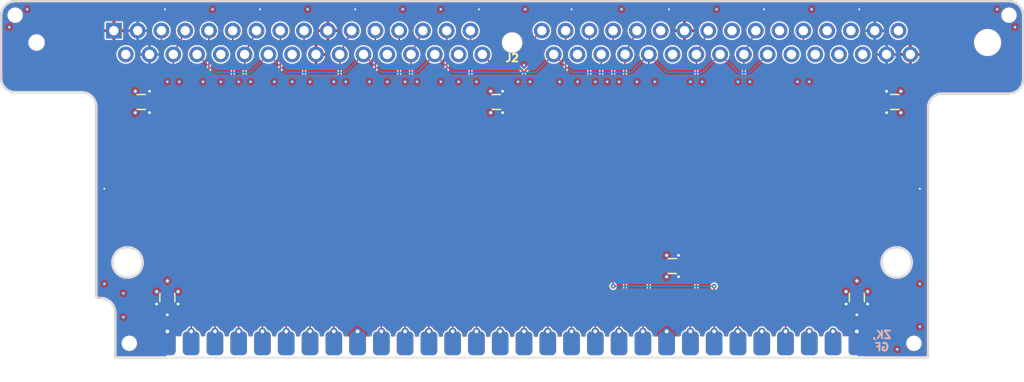
<source format=kicad_pcb>
(kicad_pcb (version 20211014) (generator pcbnew)
  (title_block (title "GW4192A") (date "2021-06-19") (rev "1.0-SOP") (company "Garrett's Workshop"))
  (layers (0 "F.Cu" signal) (1 "In1.Cu" power) (2 "In2.Cu" power) (31 "B.Cu" signal) (34 "B.Paste" user) (35 "F.Paste" user) (36 "B.SilkS" user "B.Silkscreen") (37 "F.SilkS" user "F.Silkscreen") (38 "B.Mask" user) (39 "F.Mask" user) (44 "Edge.Cuts" user))
  (net 0 "")
  (net 1 "+5V")
  (net 2 "/D0")
  (net 3 "/D1")
  (net 4 "/~{WE}")
  (net 5 "/~{RAS}")
  (net 6 "/~{CAS}")
  (net 7 "/D2")
  (net 8 "/D3")
  (net 9 "GND")
  (net 10 "/D4")
  (net 11 "/D5")
  (net 12 "/D6")
  (net 13 "/D7")
  (net 14 "/QP")
  (net 15 "/~{CASP}")
  (net 16 "/DP")
  (net 17 "/A0")
  (net 18 "/A1")
  (net 19 "/A2")
  (net 20 "/A3")
  (net 21 "/A4")
  (net 22 "/A5")
  (net 23 "/A6")
  (net 24 "/A7")
  (net 25 "/A8")
  (net 26 "/A9")
  (net 27 "/A10")
  (net 28 "/A11")
  (net 29 "Net-(J2-Pad2)")
  (net 30 "Net-(J2-Pad10)")
  (net 31 "Net-(J2-Pad16)")
  (net 32 "Net-(J2-Pad24)")
  (net 33 "Net-(J2-Pad30)")
  (net 34 "Net-(J2-Pad36)")
  (net 35 "Net-(J2-Pad43)")
  (net 36 "Net-(J2-Pad44)")
  (net 37 "Net-(J2-Pad49)")
  (net 38 "/~{Q}B")
  (net 39 "Net-(J2-Pad54)")
  (net 40 "Net-(J2-Pad56)")
  (net 41 "Net-(J2-Pad57)")
  (net 42 "/PQ")
  (net 43 "/~{WWP}")
  (net 44 "/PDCI")
  (net 45 "/PDCO")
  (footprint "stdpads:SIMM-30_Edge" (layer "F.Cu") (at 120.65 99.822)
    (fp_text reference "J1")
    (fp_text value "DRAM-SIMM-30")
    (pad "1" smd roundrect locked (at -36.83 0.254) (size 1.778 2.54) (layers "B.Cu" "B.Mask") (net 1 "+5V"))
    (pad "1" thru_hole circle locked (at -36.83 -1.016) (size 0.8 0.8) (drill 0.4) (layers *.Cu *.Mask) (net 1 "+5V"))
    (pad "1" smd roundrect locked (at -36.83 0.254) (size 1.778 2.54) (layers "F.Cu" "F.Mask") (net 1 "+5V"))
    (pad "2" thru_hole circle locked (at -34.29 -1.016) (size 0.8 0.8) (drill 0.4) (layers *.Cu *.Mask) (net 6 "/~{CAS}"))
    (pad "2" smd roundrect locked (at -34.29 0.254) (size 1.778 2.54) (layers "B.Cu" "B.Mask") (net 6 "/~{CAS}"))
    (pad "2" smd roundrect locked (at -34.29 0.254) (size 1.778 2.54) (layers "F.Cu" "F.Mask") (net 6 "/~{CAS}"))
    (pad "3" smd roundrect locked (at -31.75 0.254) (size 1.778 2.54) (layers "B.Cu" "B.Mask") (net 2 "/D0"))
    (pad "3" thru_hole circle locked (at -31.75 -1.016) (size 0.8 0.8) (drill 0.4) (layers *.Cu *.Mask) (net 2 "/D0"))
    (pad "3" smd roundrect locked (at -31.75 0.254) (size 1.778 2.54) (layers "F.Cu" "F.Mask") (net 2 "/D0"))
    (pad "4" smd roundrect locked (at -29.21 0.254) (size 1.778 2.54) (layers "B.Cu" "B.Mask") (net 17 "/A0"))
    (pad "4" smd roundrect locked (at -29.21 0.254) (size 1.778 2.54) (layers "F.Cu" "F.Mask") (net 17 "/A0"))
    (pad "4" thru_hole circle locked (at -29.21 -1.016) (size 0.8 0.8) (drill 0.4) (layers *.Cu *.Mask) (net 17 "/A0"))
    (pad "5" thru_hole circle locked (at -26.67 -1.016) (size 0.8 0.8) (drill 0.4) (layers *.Cu *.Mask) (net 18 "/A1"))
    (pad "5" smd roundrect locked (at -26.67 0.254) (size 1.778 2.54) (layers "F.Cu" "F.Mask") (net 18 "/A1"))
    (pad "5" smd roundrect locked (at -26.67 0.254) (size 1.778 2.54) (layers "B.Cu" "B.Mask") (net 18 "/A1"))
    (pad "6" smd roundrect locked (at -24.13 0.254) (size 1.778 2.54) (layers "B.Cu" "B.Mask") (net 3 "/D1"))
    (pad "6" smd roundrect locked (at -24.13 0.254) (size 1.778 2.54) (layers "F.Cu" "F.Mask") (net 3 "/D1"))
    (pad "6" thru_hole circle locked (at -24.13 -1.016) (size 0.8 0.8) (drill 0.4) (layers *.Cu *.Mask) (net 3 "/D1"))
    (pad "7" smd roundrect locked (at -21.59 0.254) (size 1.778 2.54) (layers "F.Cu" "F.Mask") (net 19 "/A2"))
    (pad "7" smd roundrect locked (at -21.59 0.254) (size 1.778 2.54) (layers "B.Cu" "B.Mask") (net 19 "/A2"))
    (pad "7" thru_hole circle locked (at -21.59 -1.016) (size 0.8 0.8) (drill 0.4) (layers *.Cu *.Mask) (net 19 "/A2"))
    (pad "8" smd roundrect locked (at -19.05 0.254) (size 1.778 2.54) (layers "F.Cu" "F.Mask") (net 20 "/A3"))
    (pad "8" smd roundrect locked (at -19.05 0.254) (size 1.778 2.54) (layers "B.Cu" "B.Mask") (net 20 "/A3"))
    (pad "8" thru_hole circle locked (at -19.05 -1.016) (size 0.8 0.8) (drill 0.4) (layers *.Cu *.Mask) (net 20 "/A3"))
    (pad "9" smd roundrect locked (at -16.51 0.254) (size 1.778 2.54) (layers "F.Cu" "F.Mask") (net 9 "GND"))
    (pad "9" smd roundrect locked (at -16.51 0.254) (size 1.778 2.54) (layers "B.Cu" "B.Mask") (net 9 "GND"))
    (pad "9" thru_hole circle locked (at -16.51 -1.016) (size 0.8 0.8) (drill 0.4) (layers *.Cu *.Mask) (net 9 "GND"))
    (pad "10" smd roundrect locked (at -13.97 0.254) (size 1.778 2.54) (layers "B.Cu" "B.Mask") (net 7 "/D2"))
    (pad "10" smd roundrect locked (at -13.97 0.254) (size 1.778 2.54) (layers "F.Cu" "F.Mask") (net 7 "/D2"))
    (pad "10" thru_hole circle locked (at -13.97 -1.016) (size 0.8 0.8) (drill 0.4) (layers *.Cu *.Mask) (net 7 "/D2"))
    (pad "11" thru_hole circle locked (at -11.43 -1.016) (size 0.8 0.8) (drill 0.4) (layers *.Cu *.Mask) (net 21 "/A4"))
    (pad "11" smd roundrect locked (at -11.43 0.254) (size 1.778 2.54) (layers "F.Cu" "F.Mask") (net 21 "/A4"))
    (pad "11" smd roundrect locked (at -11.43 0.254) (size 1.778 2.54) (layers "B.Cu" "B.Mask") (net 21 "/A4"))
    (pad "12" smd roundrect locked (at -8.89 0.254) (size 1.778 2.54) (layers "B.Cu" "B.Mask") (net 22 "/A5"))
    (pad "12" smd roundrect locked (at -8.89 0.254) (size 1.778 2.54) (layers "F.Cu" "F.Mask") (net 22 "/A5"))
    (pad "12" thru_hole circle locked (at -8.89 -1.016) (size 0.8 0.8) (drill 0.4) (layers *.Cu *.Mask) (net 22 "/A5"))
    (pad "13" thru_hole circle locked (at -6.35 -1.016) (size 0.8 0.8) (drill 0.4) (layers *.Cu *.Mask) (net 8 "/D3"))
    (pad "13" smd roundrect locked (at -6.35 0.254) (size 1.778 2.54) (layers "F.Cu" "F.Mask") (net 8 "/D3"))
    (pad "13" smd roundrect locked (at -6.35 0.254) (size 1.778 2.54) (layers "B.Cu" "B.Mask") (net 8 "/D3"))
    (pad "14" thru_hole circle locked (at -3.81 -1.016) (size 0.8 0.8) (drill 0.4) (layers *.Cu *.Mask) (net 23 "/A6"))
    (pad "14" smd roundrect locked (at -3.81 0.254) (size 1.778 2.54) (layers "F.Cu" "F.Mask") (net 23 "/A6"))
    (pad "14" smd roundrect locked (at -3.81 0.254) (size 1.778 2.54) (layers "B.Cu" "B.Mask") (net 23 "/A6"))
    (pad "15" smd roundrect locked (at -1.27 0.254) (size 1.778 2.54) (layers "B.Cu" "B.Mask") (net 24 "/A7"))
    (pad "15" smd roundrect locked (at -1.27 0.254) (size 1.778 2.54) (layers "F.Cu" "F.Mask") (net 24 "/A7"))
    (pad "15" thru_hole circle locked (at -1.27 -1.016) (size 0.8 0.8) (drill 0.4) (layers *.Cu *.Mask) (net 24 "/A7"))
    (pad "16" smd roundrect locked (at 1.27 0.254) (size 1.778 2.54) (layers "F.Cu" "F.Mask") (net 10 "/D4"))
    (pad "16" thru_hole circle locked (at 1.27 -1.016) (size 0.8 0.8) (drill 0.4) (layers *.Cu *.Mask) (net 10 "/D4"))
    (pad "16" smd roundrect locked (at 1.27 0.254) (size 1.778 2.54) (layers "B.Cu" "B.Mask") (net 10 "/D4"))
    (pad "17" smd roundrect locked (at 3.81 0.254) (size 1.778 2.54) (layers "F.Cu" "F.Mask") (net 25 "/A8"))
    (pad "17" smd roundrect locked (at 3.81 0.254) (size 1.778 2.54) (layers "B.Cu" "B.Mask") (net 25 "/A8"))
    (pad "17" thru_hole circle locked (at 3.81 -1.016) (size 0.8 0.8) (drill 0.4) (layers *.Cu *.Mask) (net 25 "/A8"))
    (pad "18" smd roundrect locked (at 6.35 0.254) (size 1.778 2.54) (layers "B.Cu" "B.Mask") (net 26 "/A9"))
    (pad "18" smd roundrect locked (at 6.35 0.254) (size 1.778 2.54) (layers "F.Cu" "F.Mask") (net 26 "/A9"))
    (pad "18" thru_hole circle locked (at 6.35 -1.016) (size 0.8 0.8) (drill 0.4) (layers *.Cu *.Mask) (net 26 "/A9"))
    (pad "19" smd roundrect locked (at 8.89 0.254) (size 1.778 2.54) (layers "B.Cu" "B.Mask") (net 27 "/A10"))
    (pad "19" smd roundrect locked (at 8.89 0.254) (size 1.778 2.54) (layers "F.Cu" "F.Mask") (net 27 "/A10"))
    (pad "19" thru_hole circle locked (at 8.89 -1.016) (size 0.8 0.8) (drill 0.4) (layers *.Cu *.Mask) (net 27 "/A10"))
    (pad "20" smd roundrect locked (at 11.43 0.254) (size 1.778 2.54) (layers "B.Cu" "B.Mask") (net 11 "/D5"))
    (pad "20" thru_hole circle locked (at 11.43 -1.016) (size 0.8 0.8) (drill 0.4) (layers *.Cu *.Mask) (net 11 "/D5"))
    (pad "20" smd roundrect locked (at 11.43 0.254) (size 1.778 2.54) (layers "F.Cu" "F.Mask") (net 11 "/D5"))
    (pad "21" smd roundrect locked (at 13.97 0.254) (size 1.778 2.54) (layers "F.Cu" "F.Mask") (net 4 "/~{WE}"))
    (pad "21" thru_hole circle locked (at 13.97 -1.016) (size 0.8 0.8) (drill 0.4) (layers *.Cu *.Mask) (net 4 "/~{WE}"))
    (pad "21" smd roundrect locked (at 13.97 0.254) (size 1.778 2.54) (layers "B.Cu" "B.Mask") (net 4 "/~{WE}"))
    (pad "22" smd roundrect locked (at 16.51 0.254) (size 1.778 2.54) (layers "B.Cu" "B.Mask") (net 9 "GND"))
    (pad "22" smd roundrect locked (at 16.51 0.254) (size 1.778 2.54) (layers "F.Cu" "F.Mask") (net 9 "GND"))
    (pad "22" thru_hole circle locked (at 16.51 -1.016) (size 0.8 0.8) (drill 0.4) (layers *.Cu *.Mask) (net 9 "GND"))
    (pad "23" thru_hole circle locked (at 19.05 -1.016) (size 0.8 0.8) (drill 0.4) (layers *.Cu *.Mask) (net 12 "/D6"))
    (pad "23" smd roundrect locked (at 19.05 0.254) (size 1.778 2.54) (layers "F.Cu" "F.Mask") (net 12 "/D6"))
    (pad "23" smd roundrect locked (at 19.05 0.254) (size 1.778 2.54) (layers "B.Cu" "B.Mask") (net 12 "/D6"))
    (pad "24" smd roundrect locked (at 21.59 0.254) (size 1.778 2.54) (layers "B.Cu" "B.Mask") (net 28 "/A11"))
    (pad "24" thru_hole circle locked (at 21.59 -1.016) (size 0.8 0.8) (drill 0.4) (layers *.Cu *.Mask) (net 28 "/A11"))
    (pad "24" smd roundrect locked (at 21.59 0.254) (size 1.778 2.54) (layers "F.Cu" "F.Mask") (net 28 "/A11"))
    (pad "25" smd roundrect locked (at 24.13 0.254) (size 1.778 2.54) (layers "B.Cu" "B.Mask") (net 13 "/D7"))
    (pad "25" smd roundrect locked (at 24.13 0.254) (size 1.778 2.54) (layers "F.Cu" "F.Mask") (net 13 "/D7"))
    (pad "25" thru_hole circle locked (at 24.13 -1.016) (size 0.8 0.8) (drill 0.4) (layers *.Cu *.Mask) (net 13 "/D7"))
    (pad "26" smd roundrect locked (at 26.67 0.254) (size 1.778 2.54) (layers "B.Cu" "B.Mask") (net 14 "/QP"))
    (pad "26" thru_hole circle locked (at 26.67 -1.016) (size 0.8 0.8) (drill 0.4) (layers *.Cu *.Mask) (net 14 "/QP"))
    (pad "26" smd roundrect locked (at 26.67 0.254) (size 1.778 2.54) (layers "F.Cu" "F.Mask") (net 14 "/QP"))
    (pad "27" smd roundrect locked (at 29.21 0.254) (size 1.778 2.54) (layers "B.Cu" "B.Mask") (net 5 "/~{RAS}"))
    (pad "27" smd roundrect locked (at 29.21 0.254) (size 1.778 2.54) (layers "F.Cu" "F.Mask") (net 5 "/~{RAS}"))
    (pad "27" thru_hole circle locked (at 29.21 -1.016) (size 0.8 0.8) (drill 0.4) (layers *.Cu *.Mask) (net 5 "/~{RAS}"))
    (pad "28" smd roundrect locked (at 31.75 0.254) (size 1.778 2.54) (layers "B.Cu" "B.Mask") (net 15 "/~{CASP}"))
    (pad "28" smd roundrect locked (at 31.75 0.254) (size 1.778 2.54) (layers "F.Cu" "F.Mask") (net 15 "/~{CASP}"))
    (pad "28" thru_hole circle locked (at 31.75 -1.016) (size 0.8 0.8) (drill 0.4) (layers *.Cu *.Mask) (net 15 "/~{CASP}"))
    (pad "29" smd roundrect locked (at 34.29 0.254) (size 1.778 2.54) (layers "F.Cu" "F.Mask") (net 16 "/DP"))
    (pad "29" thru_hole circle locked (at 34.29 -1.016) (size 0.8 0.8) (drill 0.4) (layers *.Cu *.Mask) (net 16 "/DP"))
    (pad "29" smd roundrect locked (at 34.29 0.254) (size 1.778 2.54) (layers "B.Cu" "B.Mask") (net 16 "/DP"))
    (pad "30" smd roundrect locked (at 36.83 0.254) (size 1.778 2.54) (layers "B.Cu" "B.Mask") (net 1 "+5V"))
    (pad "30" smd roundrect locked (at 36.83 0.254) (size 1.778 2.54) (layers "F.Cu" "F.Mask") (net 1 "+5V"))
    (pad "30" thru_hole circle locked (at 36.83 -1.016) (size 0.8 0.8) (drill 0.4) (layers *.Cu *.Mask) (net 1 "+5V"))
  )
  (footprint "stdpads:C_0805" (layer "F.Cu") (at 83.82 95.2255 90)
    (fp_text reference "C1")
    (fp_text value "2u2")
    (fp_line (start -0.4064 -0.8) (end 0.4064 -0.8) (layer "F.SilkS") (width 0.1524))
    (fp_line (start -0.4064 0.8) (end 0.4064 0.8) (layer "F.SilkS") (width 0.1524))
    (pad "1" smd roundrect locked (at -0.85 0 90) (size 1.05 1.4) (layers "F.Cu" "F.Paste" "F.Mask") (net 1 "+5V"))
    (pad "2" smd roundrect locked (at 0.85 0 90) (size 1.05 1.4) (layers "F.Cu" "F.Paste" "F.Mask") (net 9 "GND"))
  )
  (footprint "stdpads:C_0805" (layer "F.Cu") (at 157.48 95.2255 90)
    (fp_text reference "C5")
    (fp_text value "2u2")
    (fp_line (start -0.4064 0.8) (end 0.4064 0.8) (layer "F.SilkS") (width 0.1524))
    (fp_line (start -0.4064 -0.8) (end 0.4064 -0.8) (layer "F.SilkS") (width 0.1524))
    (pad "1" smd roundrect locked (at -0.85 0 90) (size 1.05 1.4) (layers "F.Cu" "F.Paste" "F.Mask") (net 1 "+5V"))
    (pad "2" smd roundrect locked (at 0.85 0 90) (size 1.05 1.4) (layers "F.Cu" "F.Paste" "F.Mask") (net 9 "GND"))
  )
  (footprint "stdpads:PasteHole_1.152mm_NPTH" (layer "F.Cu") (at 173.736 65.024)
    (fp_text reference "H2")
    (fp_text value "MountingHole" hide)
    (pad "" np_thru_hole circle locked (at 0 0) (size 1.152 1.152) (drill 1.152) (layers *.Cu *.Mask))
  )
  (footprint "stdpads:PasteHole_1.152mm_NPTH" (layer "F.Cu") (at 67.564 65.024)
    (fp_text reference "H1")
    (fp_text value "MountingHole" hide)
    (pad "" np_thru_hole circle locked (at 0 0) (size 1.152 1.152) (drill 1.152) (layers *.Cu *.Mask))
  )
  (footprint "stdpads:PasteHole_1.152mm_NPTH" (layer "F.Cu") (at 79.756 100.076)
    (fp_text reference "H4")
    (fp_text value "MountingHole" hide)
    (pad "" np_thru_hole circle locked (at 0 0) (size 1.152 1.152) (drill 1.152) (layers *.Cu *.Mask))
  )
  (footprint "stdpads:PasteHole_1.152mm_NPTH" (layer "F.Cu") (at 163.576 100.076)
    (fp_text reference "H3")
    (fp_text value "MountingHole" hide)
    (pad "" np_thru_hole circle locked (at 0 0) (size 1.152 1.152) (drill 1.152) (layers *.Cu *.Mask))
  )
  (footprint "stdpads:C_0805" (layer "F.Cu") (at 161.505 74.295)
    (fp_text reference "C2")
    (fp_text value "2u2")
    (fp_line (start -0.4064 0.8) (end 0.4064 0.8) (layer "F.SilkS") (width 0.1524))
    (fp_line (start -0.4064 -0.8) (end 0.4064 -0.8) (layer "F.SilkS") (width 0.1524))
    (pad "1" smd roundrect locked (at -0.85 0) (size 1.05 1.4) (layers "F.Cu" "F.Paste" "F.Mask") (net 1 "+5V"))
    (pad "2" smd roundrect locked (at 0.85 0) (size 1.05 1.4) (layers "F.Cu" "F.Paste" "F.Mask") (net 9 "GND"))
  )
  (footprint "stdpads:C_0805" (layer "F.Cu") (at 118.999 74.295 180)
    (fp_text reference "C3")
    (fp_text value "2u2")
    (fp_line (start -0.4064 0.8) (end 0.4064 0.8) (layer "F.SilkS") (width 0.1524))
    (fp_line (start -0.4064 -0.8) (end 0.4064 -0.8) (layer "F.SilkS") (width 0.1524))
    (pad "1" smd roundrect locked (at -0.85 0 180) (size 1.05 1.4) (layers "F.Cu" "F.Paste" "F.Mask") (net 1 "+5V"))
    (pad "2" smd roundrect locked (at 0.85 0 180) (size 1.05 1.4) (layers "F.Cu" "F.Paste" "F.Mask") (net 9 "GND"))
  )
  (footprint "stdpads:C_0805" (layer "F.Cu") (at 81.065 74.295 180)
    (fp_text reference "C4")
    (fp_text value "2u2")
    (fp_line (start -0.4064 0.8) (end 0.4064 0.8) (layer "F.SilkS") (width 0.1524))
    (fp_line (start -0.4064 -0.8) (end 0.4064 -0.8) (layer "F.SilkS") (width 0.1524))
    (pad "1" smd roundrect locked (at -0.85 0 180) (size 1.05 1.4) (layers "F.Cu" "F.Paste" "F.Mask") (net 1 "+5V"))
    (pad "2" smd roundrect locked (at 0.85 0 180) (size 1.05 1.4) (layers "F.Cu" "F.Paste" "F.Mask") (net 9 "GND"))
  )
  (footprint "stdpads:C_0805" (layer "F.Cu") (at 137.795 91.821 180)
    (fp_text reference "C6")
    (fp_text value "2u2")
    (fp_line (start -0.4064 -0.8) (end 0.4064 -0.8) (layer "F.SilkS") (width 0.1524))
    (fp_line (start -0.4064 0.8) (end 0.4064 0.8) (layer "F.SilkS") (width 0.1524))
    (pad "1" smd roundrect locked (at -0.85 0 180) (size 1.05 1.4) (layers "F.Cu" "F.Paste" "F.Mask") (net 1 "+5V"))
    (pad "2" smd roundrect locked (at 0.85 0 180) (size 1.05 1.4) (layers "F.Cu" "F.Paste" "F.Mask") (net 9 "GND"))
  )
  (footprint "stdpads:SIMM-64_Socket_TH_P1.27mm" (layer "F.Cu") (at 120.65 67.945 180)
    (fp_text reference "J2" (at 0 -1.651) (layer "F.SilkS") (effects (font (size 0.8128 0.8128) (thickness 0.2032))))
    (fp_text value "IIfxRAM")
    (pad "" np_thru_hole circle locked (at -50.8 0 180) (size 2.41 2.41) (drill 2.41) (layers *.Cu *.Mask))
    (pad "" np_thru_hole circle locked (at 50.8 0 180) (size 1.27 1.27) (drill 1.27) (layers *.Cu *.Mask))
    (pad "" np_thru_hole circle locked (at 0 0 180) (size 1.71 1.71) (drill 1.71) (layers *.Cu *.Mask))
    (pad "1" thru_hole rect locked (at 42.545 1.27 90) (size 1.7 1.7) (drill 1) (layers *.Cu *.Mask) (net 9 "GND"))
    (pad "2" thru_hole oval locked (at 41.275 -1.27 90) (size 1.7 1.7) (drill 1) (layers *.Cu *.Mask) (net 29 "Net-(J2-Pad2)"))
    (pad "3" thru_hole oval locked (at 40.005 1.27 90) (size 1.7 1.7) (drill 1) (layers *.Cu *.Mask) (net 1 "+5V"))
    (pad "4" thru_hole oval locked (at 38.735 -1.27 90) (size 1.7 1.7) (drill 1) (layers *.Cu *.Mask) (net 1 "+5V"))
    (pad "5" thru_hole oval locked (at 37.465 1.27 90) (size 1.7 1.7) (drill 1) (layers *.Cu *.Mask) (net 6 "/~{CAS}"))
    (pad "6" thru_hole oval locked (at 36.195 -1.27 90) (size 1.7 1.7) (drill 1) (layers *.Cu *.Mask) (net 2 "/D0"))
    (pad "7" thru_hole oval locked (at 34.925 1.27 90) (size 1.7 1.7) (drill 1) (layers *.Cu *.Mask) (net 2 "/D0"))
    (pad "8" thru_hole oval locked (at 33.655 -1.27 90) (size 1.7 1.7) (drill 1) (layers *.Cu *.Mask) (net 4 "/~{WE}"))
    (pad "9" thru_hole oval locked (at 32.385 1.27 90) (size 1.7 1.7) (drill 1) (layers *.Cu *.Mask) (net 17 "/A0"))
    (pad "10" thru_hole oval locked (at 31.115 -1.27 90) (size 1.7 1.7) (drill 1) (layers *.Cu *.Mask) (net 30 "Net-(J2-Pad10)"))
    (pad "11" thru_hole oval locked (at 29.845 1.27 90) (size 1.7 1.7) (drill 1) (layers *.Cu *.Mask) (net 18 "/A1"))
    (pad "12" thru_hole oval locked (at 28.575 -1.27 90) (size 1.7 1.7) (drill 1) (layers *.Cu *.Mask) (net 3 "/D1"))
    (pad "13" thru_hole oval locked (at 27.305 1.27 90) (size 1.7 1.7) (drill 1) (layers *.Cu *.Mask) (net 3 "/D1"))
    (pad "14" thru_hole oval locked (at 26.035 -1.27 90) (size 1.7 1.7) (drill 1) (layers *.Cu *.Mask) (net 4 "/~{WE}"))
    (pad "15" thru_hole oval locked (at 24.765 1.27 90) (size 1.7 1.7) (drill 1) (layers *.Cu *.Mask) (net 19 "/A2"))
    (pad "16" thru_hole oval locked (at 23.495 -1.27 90) (size 1.7 1.7) (drill 1) (layers *.Cu *.Mask) (net 31 "Net-(J2-Pad16)"))
    (pad "17" thru_hole oval locked (at 22.225 1.27 90) (size 1.7 1.7) (drill 1) (layers *.Cu *.Mask) (net 20 "/A3"))
    (pad "18" thru_hole oval locked (at 20.955 -1.27 90) (size 1.7 1.7) (drill 1) (layers *.Cu *.Mask) (net 9 "GND"))
    (pad "19" thru_hole oval locked (at 19.685 1.27 90) (size 1.7 1.7) (drill 1) (layers *.Cu *.Mask) (net 9 "GND"))
    (pad "20" thru_hole oval locked (at 18.415 -1.27 90) (size 1.7 1.7) (drill 1) (layers *.Cu *.Mask) (net 7 "/D2"))
    (pad "21" thru_hole oval locked (at 17.145 1.27 90) (size 1.7 1.7) (drill 1) (layers *.Cu *.Mask) (net 7 "/D2"))
    (pad "22" thru_hole oval locked (at 15.875 -1.27 90) (size 1.7 1.7) (drill 1) (layers *.Cu *.Mask) (net 4 "/~{WE}"))
    (pad "23" thru_hole oval locked (at 14.605 1.27 90) (size 1.7 1.7) (drill 1) (layers *.Cu *.Mask) (net 21 "/A4"))
    (pad "24" thru_hole oval locked (at 13.335 -1.27 90) (size 1.7 1.7) (drill 1) (layers *.Cu *.Mask) (net 32 "Net-(J2-Pad24)"))
    (pad "25" thru_hole oval locked (at 12.065 1.27 90) (size 1.7 1.7) (drill 1) (layers *.Cu *.Mask) (net 22 "/A5"))
    (pad "26" thru_hole oval locked (at 10.795 -1.27 90) (size 1.7 1.7) (drill 1) (layers *.Cu *.Mask) (net 8 "/D3"))
    (pad "27" thru_hole oval locked (at 9.525 1.27 90) (size 1.7 1.7) (drill 1) (layers *.Cu *.Mask) (net 8 "/D3"))
    (pad "28" thru_hole oval locked (at 8.255 -1.27 90) (size 1.7 1.7) (drill 1) (layers *.Cu *.Mask) (net 4 "/~{WE}"))
    (pad "29" thru_hole oval locked (at 6.985 1.27 90) (size 1.7 1.7) (drill 1) (layers *.Cu *.Mask) (net 23 "/A6"))
    (pad "30" thru_hole oval locked (at 5.715 -1.27 90) (size 1.7 1.7) (drill 1) (layers *.Cu *.Mask) (net 33 "Net-(J2-Pad30)"))
    (pad "31" thru_hole oval locked (at 4.445 1.27 90) (size 1.7 1.7) (drill 1) (layers *.Cu *.Mask) (net 24 "/A7"))
    (pad "32" thru_hole oval locked (at 3.175 -1.27 90) (size 1.7 1.7) (drill 1) (layers *.Cu *.Mask) (net 10 "/D4"))
    (pad "33" thru_hole oval locked (at -3.175 1.27 90) (size 1.7 1.7) (drill 1) (layers *.Cu *.Mask) (net 10 "/D4"))
    (pad "34" thru_hole oval locked (at -4.445 -1.27 90) (size 1.7 1.7) (drill 1) (layers *.Cu *.Mask) (net 4 "/~{WE}"))
    (pad "35" thru_hole oval locked (at -5.715 1.27 90) (size 1.7 1.7) (drill 1) (layers *.Cu *.Mask) (net 25 "/A8"))
    (pad "36" thru_hole oval locked (at -6.985 -1.27 90) (size 1.7 1.7) (drill 1) (layers *.Cu *.Mask) (net 34 "Net-(J2-Pad36)"))
    (pad "37" thru_hole oval locked (at -8.255 1.27 90) (size 1.7 1.7) (drill 1) (layers *.Cu *.Mask) (net 26 "/A9"))
    (pad "38" thru_hole oval locked (at -9.525 -1.27 90) (size 1.7 1.7) (drill 1) (layers *.Cu *.Mask) (net 27 "/A10"))
    (pad "39" thru_hole oval locked (at -10.795 1.27 90) (size 1.7 1.7) (drill 1) (layers *.Cu *.Mask) (net 28 "/A11"))
    (pad "40" thru_hole oval locked (at -12.065 -1.27 90) (size 1.7 1.7) (drill 1) (layers *.Cu *.Mask) (net 11 "/D5"))
    (pad "41" thru_hole oval locked (at -13.335 1.27 90) (size 1.7 1.7) (drill 1) (layers *.Cu *.Mask) (net 11 "/D5"))
    (pad "42" thru_hole oval locked (at -14.605 -1.27 90) (size 1.7 1.7) (drill 1) (layers *.Cu *.Mask) (net 4 "/~{WE}"))
    (pad "43" thru_hole oval locked (at -15.875 1.27 90) (size 1.7 1.7) (drill 1) (layers *.Cu *.Mask) (net 35 "Net-(J2-Pad43)"))
    (pad "44" thru_hole oval locked (at -17.145 -1.27 90) (size 1.7 1.7) (drill 1) (layers *.Cu *.Mask) (net 36 "Net-(J2-Pad44)"))
    (pad "45" thru_hole oval locked (at -18.415 1.27 90) (size 1.7 1.7) (drill 1) (layers *.Cu *.Mask) (net 9 "GND"))
    (pad "46" thru_hole oval locked (at -19.685 -1.27 90) (size 1.7 1.7) (drill 1) (layers *.Cu *.Mask) (net 12 "/D6"))
    (pad "47" thru_hole oval locked (at -20.955 1.27 90) (size 1.7 1.7) (drill 1) (layers *.Cu *.Mask) (net 12 "/D6"))
    (pad "48" thru_hole oval locked (at -22.225 -1.27 90) (size 1.7 1.7) (drill 1) (layers *.Cu *.Mask) (net 4 "/~{WE}"))
    (pad "49" thru_hole oval locked (at -23.495 1.27 90) (size 1.7 1.7) (drill 1) (layers *.Cu *.Mask) (net 37 "Net-(J2-Pad49)"))
    (pad "50" thru_hole oval locked (at -24.765 -1.27 90) (size 1.7 1.7) (drill 1) (layers *.Cu *.Mask) (net 13 "/D7"))
    (pad "51" thru_hole oval locked (at -26.035 1.27 90) (size 1.7 1.7) (drill 1) (layers *.Cu *.Mask) (net 13 "/D7"))
    (pad "52" thru_hole oval locked (at -27.305 -1.27 90) (size 1.7 1.7) (drill 1) (layers *.Cu *.Mask) (net 4 "/~{WE}"))
    (pad "53" thru_hole oval locked (at -28.575 1.27 90) (size 1.7 1.7) (drill 1) (layers *.Cu *.Mask) (net 38 "/~{Q}B"))
    (pad "54" thru_hole oval locked (at -29.845 -1.27 90) (size 1.7 1.7) (drill 1) (layers *.Cu *.Mask) (net 39 "Net-(J2-Pad54)"))
    (pad "55" thru_hole oval locked (at -31.115 1.27 90) (size 1.7 1.7) (drill 1) (layers *.Cu *.Mask) (net 5 "/~{RAS}"))
    (pad "56" thru_hole oval locked (at -32.385 -1.27 90) (size 1.7 1.7) (drill 1) (layers *.Cu *.Mask) (net 40 "Net-(J2-Pad56)"))
    (pad "57" thru_hole oval locked (at -33.655 1.27 90) (size 1.7 1.7) (drill 1) (layers *.Cu *.Mask) (net 41 "Net-(J2-Pad57)"))
    (pad "58" thru_hole oval locked (at -34.925 -1.27 90) (size 1.7 1.7) (drill 1) (layers *.Cu *.Mask) (net 42 "/PQ"))
    (pad "59" thru_hole oval locked (at -36.195 1.27 90) (size 1.7 1.7) (drill 1) (layers *.Cu *.Mask) (net 43 "/~{WWP}"))
    (pad "60" thru_hole oval locked (at -37.465 -1.27 90) (size 1.7 1.7) (drill 1) (layers *.Cu *.Mask) (net 44 "/PDCI"))
    (pad "61" thru_hole oval locked (at -38.735 1.27 90) (size 1.7 1.7) (drill 1) (layers *.Cu *.Mask) (net 1 "+5V"))
    (pad "62" thru_hole oval locked (at -40.005 -1.27 90) (size 1.7 1.7) (drill 1) (layers *.Cu *.Mask) (net 1 "+5V"))
    (pad "63" thru_hole oval locked (at -41.275 1.27 90) (size 1.7 1.7) (drill 1) (layers *.Cu *.Mask) (net 45 "/PDCO"))
    (pad "64" thru_hole oval locked (at -42.545 -1.27 90) (size 1.7 1.7) (drill 1) (layers *.Cu *.Mask) (net 9 "GND"))
  )
  (gr_line (start 76.2 94.996) (end 76.2 74.803) (layer "Edge.Cuts") (width 0.2))
  (gr_circle (center 161.7345 91.44) (end 163.322 91.44) (layer "Edge.Cuts") (width 0.15) (fill none))
  (gr_arc (start 173.736 63.5) (mid 174.813631 63.946369) (end 175.26 65.024) (layer "Edge.Cuts") (width 0.2))
  (gr_arc (start 66.04 65.024) (mid 66.486369 63.946369) (end 67.564 63.5) (layer "Edge.Cuts") (width 0.2))
  (gr_line (start 76.6445 95.25) (end 76.454 95.25) (layer "Edge.Cuts") (width 0.2))
  (gr_line (start 78.232 101.6) (end 78.232 96.8375) (layer "Edge.Cuts") (width 0.2))
  (gr_arc (start 76.454 95.25) (mid 76.274395 95.175605) (end 76.2 94.996) (layer "Edge.Cuts") (width 0.2))
  (gr_arc (start 76.6445 95.25) (mid 77.767032 95.714968) (end 78.232 96.8375) (layer "Edge.Cuts") (width 0.2))
  (gr_arc (start 175.26 71.882) (mid 174.813631 72.959631) (end 173.736 73.406) (layer "Edge.Cuts") (width 0.2))
  (gr_line (start 175.26 65.024) (end 175.26 71.882) (layer "Edge.Cuts") (width 0.2))
  (gr_arc (start 165.1 74.93) (mid 165.546369 73.852369) (end 166.624 73.406) (layer "Edge.Cuts") (width 0.2))
  (gr_line (start 173.736 73.406) (end 166.624 73.406) (layer "Edge.Cuts") (width 0.2))
  (gr_line (start 66.04 65.024) (end 66.04 71.755) (layer "Edge.Cuts") (width 0.2))
  (gr_line (start 67.564 73.279) (end 74.676 73.279) (layer "Edge.Cuts") (width 0.2))
  (gr_arc (start 67.564 73.279) (mid 66.486369 72.832631) (end 66.04 71.755) (layer "Edge.Cuts") (width 0.2))
  (gr_arc (start 74.676 73.279) (mid 75.753631 73.725369) (end 76.2 74.803) (layer "Edge.Cuts") (width 0.2))
  (gr_circle (center 79.5655 91.44) (end 77.978 91.44) (layer "Edge.Cuts") (width 0.15) (fill none))
  (gr_line (start 165.1 74.93) (end 165.1 101.6) (layer "Edge.Cuts") (width 0.2))
  (gr_line (start 165.1 101.6) (end 78.232 101.6) (layer "Edge.Cuts") (width 0.2))
  (gr_line (start 67.564 63.5) (end 173.736 63.5) (layer "Edge.Cuts") (width 0.2))
  (gr_text "ZK,\nGF" (at 160.147 99.822) (layer "B.SilkS") (effects (font (size 0.8128 0.8128) (thickness 0.2032)) (justify mirror)))
  (segment (start 138.645 90.893) (end 138.43 90.678) (width 0.6) (layer "F.Cu") (net 1))
  (segment (start 138.645 91.821) (end 138.645 92.749) (width 0.6) (layer "F.Cu") (net 1))
  (segment (start 138.645 92.749) (end 138.43 92.964) (width 0.6) (layer "F.Cu") (net 1))
  (segment (start 138.645 91.821) (end 138.645 90.893) (width 0.6) (layer "F.Cu") (net 1))
  (segment (start 83.82 96.0755) (end 84.7725 96.0755) (width 0.6) (layer "F.Cu") (net 1))
  (segment (start 160.655 74.295) (end 160.655 73.152) (width 0.6) (layer "F.Cu") (net 1))
  (segment (start 157.48 96.0755) (end 158.4325 96.0755) (width 0.6) (layer "F.Cu") (net 1))
  (segment (start 157.48 96.0755) (end 157.48 98.806) (width 0.8) (layer "F.Cu") (net 1))
  (segment (start 158.4325 96.0755) (end 158.623 95.885) (width 0.6) (layer "F.Cu") (net 1))
  (segment (start 83.82 96.0755) (end 83.82 97.028) (width 0.6) (layer "F.Cu") (net 1))
  (segment (start 157.48 96.0755) (end 156.5275 96.0755) (width 0.6) (layer "F.Cu") (net 1))
  (segment (start 83.82 96.0755) (end 82.8675 96.0755) (width 0.6) (layer "F.Cu") (net 1))
  (segment (start 81.915 74.295) (end 81.915 75.438) (width 0.6) (layer "F.Cu") (net 1))
  (segment (start 157.48 96.0755) (end 157.48 97.028) (width 0.6) (layer "F.Cu") (net 1))
  (segment (start 82.8675 96.0755) (end 82.677 95.885) (width 0.6) (layer "F.Cu") (net 1))
  (segment (start 84.7725 96.0755) (end 84.963 95.885) (width 0.6) (layer "F.Cu") (net 1))
  (segment (start 81.915 74.295) (end 81.915 73.152) (width 0.6) (layer "F.Cu") (net 1))
  (segment (start 156.5275 96.0755) (end 156.337 95.885) (width 0.6) (layer "F.Cu") (net 1))
  (segment (start 119.849 73.367) (end 119.634 73.152) (width 0.6) (layer "F.Cu") (net 1))
  (segment (start 160.655 74.295) (end 160.655 75.438) (width 0.6) (layer "F.Cu") (net 1))
  (segment (start 119.849 74.295) (end 119.849 75.223) (width 0.6) (layer "F.Cu") (net 1))
  (segment (start 119.849 75.223) (end 119.634 75.438) (width 0.6) (layer "F.Cu") (net 1))
  (segment (start 83.82 97.028) (end 83.82 98.806) (width 0.6) (layer "F.Cu") (net 1))
  (segment (start 119.849 74.295) (end 119.849 73.367) (width 0.6) (layer "F.Cu") (net 1))
  (via (at 164.211 83.566) (size 0.508) (drill 0.2) (layers "F.Cu" "B.Cu") (net 1))
  (via (at 157.734 64.389) (size 0.508) (drill 0.2) (layers "F.Cu" "B.Cu") (net 1))
  (via (at 147.574 64.389) (size 0.508) (drill 0.2) (layers "F.Cu" "B.Cu") (net 1))
  (via (at 137.414 64.389) (size 0.508) (drill 0.2) (layers "F.Cu" "B.Cu") (net 1))
  (via (at 127 64.389) (size 0.508) (drill 0.2) (layers "F.Cu" "B.Cu") (net 1))
  (via (at 117.094 64.389) (size 0.508) (drill 0.2) (layers "F.Cu" "B.Cu") (net 1))
  (via (at 83.566 64.389) (size 0.508) (drill 0.2) (layers "F.Cu" "B.Cu") (net 1))
  (via (at 93.726 64.389) (size 0.508) (drill 0.2) (layers "F.Cu" "B.Cu") (net 1))
  (via (at 103.886 64.389) (size 0.508) (drill 0.2) (layers "F.Cu" "B.Cu") (net 1))
  (via (at 77.089 83.566) (size 0.508) (drill 0.2) (layers "F.Cu" "B.Cu") (net 1))
  (via (at 138.43 92.964) (size 0.6) (drill 0.3) (layers "F.Cu" "B.Cu") (net 1))
  (via (at 138.43 90.678) (size 0.6) (drill 0.3) (layers "F.Cu" "B.Cu") (net 1))
  (via (at 84.963 95.885) (size 0.6) (drill 0.3) (layers "F.Cu" "B.Cu") (net 1))
  (via (at 156.337 95.885) (size 0.6) (drill 0.3) (layers "F.Cu" "B.Cu") (net 1))
  (via (at 119.634 75.438) (size 0.6) (drill 0.3) (layers "F.Cu" "B.Cu") (net 1))
  (via (at 160.655 73.152) (size 0.6) (drill 0.3) (layers "F.Cu" "B.Cu") (net 1))
  (via (at 81.915 75.438) (size 0.6) (drill 0.3) (layers "F.Cu" "B.Cu") (net 1))
  (via (at 160.655 75.438) (size 0.6) (drill 0.3) (layers "F.Cu" "B.Cu") (net 1))
  (via (at 82.677 95.885) (size 0.6) (drill 0.3) (layers "F.Cu" "B.Cu") (net 1))
  (via (at 83.82 97.028) (size 0.6) (drill 0.3) (layers "F.Cu" "B.Cu") (net 1))
  (via (at 81.915 73.152) (size 0.6) (drill 0.3) (layers "F.Cu" "B.Cu") (net 1))
  (via (at 157.48 97.028) (size 0.6) (drill 0.3) (layers "F.Cu" "B.Cu") (net 1))
  (via (at 158.623 95.885) (size 0.6) (drill 0.3) (layers "F.Cu" "B.Cu") (net 1))
  (via (at 119.634 73.152) (size 0.6) (drill 0.3) (layers "F.Cu" "B.Cu") (net 1))
  (segment (start 88.9 98.806) (end 88.9 95.25) (width 0.1524) (layer "F.Cu") (net 2))
  (segment (start 88.9 95.25) (end 84.455 90.805) (width 0.1524) (layer "F.Cu") (net 2))
  (segment (start 84.455 90.805) (end 84.455 69.215) (width 0.1524) (layer "F.Cu") (net 2))
  (segment (start 88.9 100.076) (end 88.9 98.806) (width 0.1524) (layer "F.Cu") (net 2))
  (segment (start 85.725 66.675) (end 84.455 69.215) (width 0.1524) (layer "F.Cu") (net 2))
  (segment (start 93.345 66.675) (end 92.075 69.215) (width 0.1524) (layer "F.Cu") (net 3))
  (segment (start 92.075 69.215) (end 92.075 91.44) (width 0.1524) (layer "F.Cu") (net 3))
  (segment (start 96.52 100.076) (end 96.52 98.552) (width 0.1524) (layer "F.Cu") (net 3))
  (segment (start 96.52 95.885) (end 96.52 100.076) (width 0.1524) (layer "F.Cu") (net 3))
  (segment (start 92.075 91.44) (end 96.52 95.885) (width 0.1524) (layer "F.Cu") (net 3))
  (segment (start 134.62 95.25) (end 134.62 98.806) (width 0.1524) (layer "F.Cu") (net 4))
  (segment (start 135.255 69.215) (end 135.255 94.615) (width 0.1524) (layer "F.Cu") (net 4))
  (segment (start 135.255 94.615) (end 134.62 95.25) (width 0.1524) (layer "F.Cu") (net 4))
  (segment (start 114.3 71.12) (end 123.19 71.12) (width 0.1524) (layer "B.Cu") (net 4))
  (segment (start 92.71 71.12) (end 94.615 69.215) (width 0.1524) (layer "B.Cu") (net 4))
  (segment (start 125.095 69.215) (end 127 71.12) (width 0.1524) (layer "B.Cu") (net 4))
  (segment (start 123.19 71.12) (end 125.095 69.215) (width 0.1524) (layer "B.Cu") (net 4))
  (segment (start 133.35 71.12) (end 135.255 69.215) (width 0.1524) (layer "B.Cu") (net 4))
  (segment (start 88.9 71.12) (end 92.71 71.12) (width 0.1524) (layer "B.Cu") (net 4))
  (segment (start 96.52 71.12) (end 102.87 71.12) (width 0.1524) (layer "B.Cu") (net 4))
  (segment (start 110.49 71.12) (end 112.395 69.215) (width 0.1524) (layer "B.Cu") (net 4))
  (segment (start 112.395 69.215) (end 114.3 71.12) (width 0.1524) (layer "B.Cu") (net 4))
  (segment (start 135.255 69.215) (end 137.16 71.12) (width 0.1524) (layer "B.Cu") (net 4))
  (segment (start 104.775 69.215) (end 106.68 71.12) (width 0.1524) (layer "B.Cu") (net 4))
  (segment (start 127 71.12) (end 133.35 71.12) (width 0.1524) (layer "B.Cu") (net 4))
  (segment (start 94.615 69.215) (end 96.52 71.12) (width 0.1524) (layer "B.Cu") (net 4))
  (segment (start 140.97 71.12) (end 142.875 69.215) (width 0.1524) (layer "B.Cu") (net 4))
  (segment (start 146.05 71.12) (end 147.955 69.215) (width 0.1524) (layer "B.Cu") (net 4))
  (segment (start 144.78 71.12) (end 146.05 71.12) (width 0.1524) (layer "B.Cu") (net 4))
  (segment (start 86.995 69.215) (end 88.9 71.12) (width 0.1524) (layer "B.Cu") (net 4))
  (segment (start 106.68 71.12) (end 110.49 71.12) (width 0.1524) (layer "B.Cu") (net 4))
  (segment (start 102.87 71.12) (end 104.775 69.215) (width 0.1524) (layer "B.Cu") (net 4))
  (segment (start 137.16 71.12) (end 140.97 71.12) (width 0.1524) (layer "B.Cu") (net 4))
  (segment (start 142.875 69.215) (end 144.78 71.12) (width 0.1524) (layer "B.Cu") (net 4))
  (segment (start 149.86 100.076) (end 149.86 95.25) (width 0.1524) (layer "F.Cu") (net 5))
  (segment (start 149.86 95.25) (end 151.765 93.345) (width 0.1524) (layer "F.Cu") (net 5))
  (segment (start 151.765 93.345) (end 151.765 66.675) (width 0.1524) (layer "F.Cu") (net 5))
  (segment (start 86.36 94.615) (end 86.36 98.806) (width 0.1524) (layer "F.Cu") (net 6))
  (segment (start 83.185 91.44) (end 86.36 94.615) (width 0.1524) (layer "F.Cu") (net 6))
  (segment (start 83.185 66.675) (end 83.185 91.44) (width 0.1524) (layer "F.Cu") (net 6))
  (segment (start 103.505 66.675) (end 102.235 69.215) (width 0.1524) (layer "F.Cu") (net 7))
  (segment (start 106.68 95.885) (end 102.235 91.44) (width 0.1524) (layer "F.Cu") (net 7))
  (segment (start 102.235 91.44) (end 102.235 69.215) (width 0.1524) (layer "F.Cu") (net 7))
  (segment (start 106.68 98.806) (end 106.68 95.885) (width 0.1524) (layer "F.Cu") (net 7))
  (segment (start 111.125 66.675) (end 109.855 69.215) (width 0.1524) (layer "F.Cu") (net 8))
  (segment (start 109.855 69.215) (end 109.855 90.805) (width 0.1524) (layer "F.Cu") (net 8))
  (segment (start 109.855 90.805) (end 114.3 95.25) (width 0.1524) (layer "F.Cu") (net 8))
  (segment (start 114.3 95.25) (end 114.3 98.806) (width 0.1524) (layer "F.Cu") (net 8))
  (segment (start 136.945 90.893) (end 137.16 90.678) (width 0.6) (layer "F.Cu") (net 9))
  (segment (start 136.945 91.821) (end 136.945 90.893) (width 0.6) (layer "F.Cu") (net 9))
  (segment (start 136.945 91.821) (end 136.945 92.749) (width 0.6) (layer "F.Cu") (net 9))
  (segment (start 136.945 92.749) (end 137.16 92.964) (width 0.6) (layer "F.Cu") (net 9))
  (segment (start 83.82 94.3755) (end 83.82 93.4085) (width 0.6) (layer "F.Cu") (net 9))
  (segment (start 162.355 73.328) (end 162.179 73.152) (width 0.6) (layer "F.Cu") (net 9))
  (segment (start 118.149 74.295) (end 118.149 75.223) (width 0.6) (layer "F.Cu") (net 9))
  (segment (start 118.149 73.367) (end 118.364 73.152) (width 0.6) (layer "F.Cu") (net 9))
  (segment (start 118.149 75.223) (end 118.364 75.438) (width 0.6) (layer "F.Cu") (net 9))
  (segment (start 157.48 94.3755) (end 156.513 94.3755) (width 0.6) (layer "F.Cu") (net 9))
  (segment (start 84.787 94.3755) (end 84.963 94.5515) (width 0.6) (layer "F.Cu") (net 9))
  (segment (start 82.853 94.3755) (end 82.677 94.5515) (width 0.6) (layer "F.Cu") (net 9))
  (segment (start 158.447 94.3755) (end 158.623 94.5515) (width 0.6) (layer "F.Cu") (net 9))
  (segment (start 80.215 75.262) (end 80.391 75.438) (width 0.6) (layer "F.Cu") (net 9))
  (segment (start 80.215 74.295) (end 80.215 73.328) (width 0.6) (layer "F.Cu") (net 9))
  (segment (start 80.215 74.295) (end 80.215 75.262) (width 0.6) (layer "F.Cu") (net 9))
  (segment (start 80.215 73.328) (end 80.391 73.152) (width 0.6) (layer "F.Cu") (net 9))
  (segment (start 118.149 74.295) (end 118.149 73.367) (width 0.6) (layer "F.Cu") (net 9))
  (segment (start 83.82 94.3755) (end 82.853 94.3755) (width 0.6) (layer "F.Cu") (net 9))
  (segment (start 157.48 94.3755) (end 157.48 93.4085) (width 0.6) (layer "F.Cu") (net 9))
  (segment (start 83.82 94.3755) (end 84.787 94.3755) (width 0.6) (layer "F.Cu") (net 9))
  (segment (start 157.48 94.3755) (end 158.447 94.3755) (width 0.6) (layer "F.Cu") (net 9))
  (segment (start 162.355 74.295) (end 162.355 73.328) (width 0.6) (layer "F.Cu") (net 9))
  (segment (start 156.513 94.3755) (end 156.337 94.5515) (width 0.6) (layer "F.Cu") (net 9))
  (segment (start 162.355 74.295) (end 162.355 75.262) (width 0.6) (layer "F.Cu") (net 9))
  (segment (start 162.355 75.262) (end 162.179 75.438) (width 0.6) (layer "F.Cu") (net 9))
  (via (at 172.466 64.389) (size 0.508) (drill 0.2) (layers "F.Cu" "B.Cu") (net 9))
  (via (at 79.121 94.742) (size 0.508) (drill 0.2) (layers "F.Cu" "B.Cu") (net 9))
  (via (at 161.798 100.711) (size 0.508) (drill 0.2) (layers "F.Cu" "B.Cu") (net 9))
  (via (at 174.371 66.294) (size 0.508) (drill 0.2) (layers "F.Cu" "B.Cu") (net 9))
  (via (at 79.121 97.282) (size 0.508) (drill 0.2) (layers "F.Cu" "B.Cu") (net 9))
  (via (at 152.654 64.389) (size 0.508) (drill 0.2) (layers "F.Cu" "B.Cu") (net 9))
  (via (at 142.494 64.389) (size 0.508) (drill 0.2) (layers "F.Cu" "B.Cu") (net 9))
  (via (at 132.334 64.389) (size 0.508) (drill 0.2) (layers "F.Cu" "B.Cu") (net 9))
  (via (at 122.047 64.389) (size 0.508) (drill 0.2) (layers "F.Cu" "B.Cu") (net 9))
  (via (at 68.834 64.389) (size 0.508) (drill 0.2) (layers "F.Cu" "B.Cu") (net 9))
  (via (at 66.929 66.294) (size 0.508) (drill 0.2) (layers "F.Cu" "B.Cu") (net 9))
  (via (at 88.646 64.389) (size 0.508) (drill 0.2) (layers "F.Cu" "B.Cu") (net 9))
  (via (at 108.966 64.389) (size 0.508) (drill 0.2) (layers "F.Cu" "B.Cu") (net 9))
  (via (at 113.03 64.389) (size 0.508) (drill 0.2) (layers "F.Cu" "B.Cu") (net 9))
  (via (at 77.089 93.726) (size 0.508) (drill 0.2) (layers "F.Cu" "B.Cu") (net 9))
  (via (at 164.211 93.726) (size 0.508) (drill 0.2) (layers "F.Cu" "B.Cu") (net 9))
  (via (at 164.211 98.298) (size 0.508) (drill 0.2) (layers "F.Cu" "B.Cu") (net 9))
  (via (at 98.806 64.389) (size 0.508) (drill 0.2) (layers "F.Cu" "B.Cu") (net 9))
  (via (at 137.16 90.678) (size 0.6) (drill 0.3) (layers "F.Cu" "B.Cu") (net 9))
  (via (at 137.16 92.964) (size 0.6) (drill 0.3) (layers "F.Cu" "B.Cu") (net 9))
  (via (at 122.555 72.136) (size 0.508) (drill 0.2) (layers "F.Cu" "B.Cu") (net 9))
  (via (at 129.54 72.136) (size 0.508) (drill 0.2) (layers "F.Cu" "B.Cu") (net 9))
  (via (at 135.89 72.136) (size 0.508) (drill 0.2) (layers "F.Cu" "B.Cu") (net 9))
  (via (at 110.49 72.136) (size 0.508) (drill 0.2) (layers "F.Cu" "B.Cu") (net 9))
  (via (at 101.6 72.136) (size 0.508) (drill 0.2) (layers "F.Cu" "B.Cu") (net 9))
  (via (at 113.03 72.136) (size 0.508) (drill 0.2) (layers "F.Cu" "B.Cu") (net 9))
  (via (at 125.73 72.136) (size 0.508) (drill 0.2) (layers "F.Cu" "B.Cu") (net 9))
  (via (at 85.09 72.136) (size 0.508) (drill 0.2) (layers "F.Cu" "B.Cu") (net 9))
  (via (at 99.06 72.136) (size 0.508) (drill 0.2) (layers "F.Cu" "B.Cu") (net 9))
  (via (at 95.25 72.136) (size 0.508) (drill 0.2) (layers "F.Cu" "B.Cu") (net 9))
  (via (at 102.87 72.136) (size 0.508) (drill 0.2) (layers "F.Cu" "B.Cu") (net 9))
  (via (at 91.44 72.136) (size 0.508) (drill 0.2) (layers "F.Cu" "B.Cu") (net 9))
  (via (at 83.82 72.136) (size 0.508) (drill 0.2) (layers "F.Cu" "B.Cu") (net 9))
  (via (at 133.985 72.136) (size 0.508) (drill 0.2) (layers "F.Cu" "B.Cu") (net 9))
  (via (at 121.285 72.136) (size 0.508) (drill 0.2) (layers "F.Cu" "B.Cu") (net 9))
  (via (at 140.97 72.136) (size 0.508) (drill 0.2) (layers "F.Cu" "B.Cu") (net 9))
  (via (at 144.78 72.136) (size 0.508) (drill 0.2) (layers "F.Cu" "B.Cu") (net 9))
  (via (at 139.7 72.136) (size 0.508) (drill 0.2) (layers "F.Cu" "B.Cu") (net 9))
  (via (at 151.13 72.136) (size 0.508) (drill 0.2) (layers "F.Cu" "B.Cu") (net 9))
  (via (at 87.63 72.136) (size 0.508) (drill 0.2) (layers "F.Cu" "B.Cu") (net 9))
  (via (at 105.41 72.136) (size 0.508) (drill 0.2) (layers "F.Cu" "B.Cu") (net 9))
  (via (at 146.05 72.136) (size 0.508) (drill 0.2) (layers "F.Cu" "B.Cu") (net 9))
  (via (at 89.535 72.136) (size 0.508) (drill 0.2) (layers "F.Cu" "B.Cu") (net 9))
  (via (at 130.81 72.136) (size 0.508) (drill 0.2) (layers "F.Cu" "B.Cu") (net 9))
  (via (at 97.155 72.136) (size 0.508) (drill 0.2) (layers "F.Cu" "B.Cu") (net 9))
  (via (at 116.84 72.136) (size 0.508) (drill 0.2) (layers "F.Cu" "B.Cu") (net 9))
  (via (at 92.71 72.136) (size 0.508) (drill 0.2) (layers "F.Cu" "B.Cu") (net 9))
  (via (at 127.635 72.136) (size 0.508) (drill 0.2) (layers "F.Cu" "B.Cu") (net 9))
  (via (at 109.22 72.136) (size 0.508) (drill 0.2) (layers "F.Cu" "B.Cu") (net 9))
  (via (at 152.4 72.136) (size 0.508) (drill 0.2) (layers "F.Cu" "B.Cu") (net 9))
  (via (at 114.935 72.136) (size 0.508) (drill 0.2) (layers "F.Cu" "B.Cu") (net 9))
  (via (at 132.08 72.136) (size 0.508) (drill 0.2) (layers "F.Cu" "B.Cu") (net 9))
  (via (at 107.315 72.136) (size 0.508) (drill 0.2) (layers "F.Cu" "B.Cu") (net 9))
  (via (at 121.92 70.358) (size 0.508) (drill 0.2) (layers "F.Cu" "B.Cu") (net 9))
  (via (at 156.337 94.5515) (size 0.6) (drill 0.3) (layers "F.Cu" "B.Cu") (net 9))
  (via (at 80.391 75.438) (size 0.6) (drill 0.3) (layers "F.Cu" "B.Cu") (net 9))
  (via (at 83.82 93.4085) (size 0.6) (drill 0.3) (layers "F.Cu" "B.Cu") (net 9))
  (via (at 158.623 94.5515) (size 0.6) (drill 0.3) (layers "F.Cu" "B.Cu") (net 9))
  (via (at 157.48 93.4085) (size 0.6) (drill 0.3) (layers "F.Cu" "B.Cu") (net 9))
  (via (at 162.179 75.438) (size 0.6) (drill 0.3) (layers "F.Cu" "B.Cu") (net 9))
  (via (at 162.179 73.152) (size 0.6) (drill 0.3) (layers "F.Cu" "B.Cu") (net 9))
  (via (at 118.364 75.438) (size 0.6) (drill 0.3) (layers "F.Cu" "B.Cu") (net 9))
  (via (at 80.391 73.152) (size 0.6) (drill 0.3) (layers "F.Cu" "B.Cu") (net 9))
  (via (at 118.364 73.152) (size 0.6) (drill 0.3) (layers "F.Cu" "B.Cu") (net 9))
  (via (at 82.677 94.5515) (size 0.6) (drill 0.3) (layers "F.Cu" "B.Cu") (net 9))
  (via (at 84.963 94.5515) (size 0.6) (drill 0.3) (layers "F.Cu" "B.Cu") (net 9))
  (segment (start 118.745 70.485) (end 117.475 69.215) (width 0.1524) (layer "F.Cu") (net 10))
  (segment (start 121.285 70.485) (end 118.745 70.485) (width 0.1524) (layer "F.Cu") (net 10))
  (segment (start 121.92 100.076) (end 121.92 71.12) (width 0.1524) (layer "F.Cu") (net 10))
  (segment (start 123.825 66.675) (end 122.555 67.945) (width 0.1524) (layer "F.Cu") (net 10))
  (segment (start 121.92 71.12) (end 121.285 70.485) (width 0.1524) (layer "F.Cu") (net 10))
  (segment (start 122.555 70.485) (end 121.92 71.12) (width 0.1524) (layer "F.Cu") (net 10))
  (segment (start 122.555 67.945) (end 122.555 70.485) (width 0.1524) (layer "F.Cu") (net 10))
  (segment (start 133.985 66.675) (end 132.715 69.215) (width 0.1524) (layer "F.Cu") (net 11))
  (segment (start 132.715 94.615) (end 132.08 95.25) (width 0.1524) (layer "F.Cu") (net 11))
  (segment (start 132.715 69.215) (end 132.715 94.615) (width 0.1524) (layer "F.Cu") (net 11))
  (segment (start 132.08 95.25) (end 132.08 98.806) (width 0.1524) (layer "F.Cu") (net 11))
  (segment (start 141.605 66.675) (end 140.335 69.215) (width 0.1524) (layer "F.Cu") (net 12))
  (segment (start 139.7 100.076) (end 139.7 95.25) (width 0.1524) (layer "F.Cu") (net 12))
  (segment (start 140.335 94.615) (end 140.335 69.215) (width 0.1524) (layer "F.Cu") (net 12))
  (segment (start 139.7 95.25) (end 140.335 94.615) (width 0.1524) (layer "F.Cu") (net 12))
  (segment (start 146.685 66.675) (end 145.415 69.215) (width 0.1524) (layer "F.Cu") (net 13))
  (segment (start 144.78 95.25) (end 144.78 98.806) (width 0.1524) (layer "F.Cu") (net 13))
  (segment (start 145.415 94.615) (end 144.78 95.25) (width 0.1524) (layer "F.Cu") (net 13))
  (segment (start 145.415 69.215) (end 145.415 94.615) (width 0.1524) (layer "F.Cu") (net 13))
  (segment (start 88.265 92.71) (end 91.44 95.885) (width 0.1524) (layer "F.Cu") (net 17))
  (segment (start 91.44 95.885) (end 91.44 98.806) (width 0.1524) (layer "F.Cu") (net 17))
  (segment (start 88.265 66.675) (end 88.265 92.71) (width 0.1524) (layer "F.Cu") (net 17))
  (segment (start 93.98 100.076) (end 93.98 95.885) (width 0.1524) (layer "F.Cu") (net 18))
  (segment (start 90.805 92.71) (end 90.805 66.675) (width 0.1524) (layer "F.Cu") (net 18))
  (segment (start 93.98 95.885) (end 90.805 92.71) (width 0.1524) (layer "F.Cu") (net 18))
  (segment (start 95.885 92.71) (end 99.06 95.885) (width 0.1524) (layer "F.Cu") (net 19))
  (segment (start 95.885 66.675) (end 95.885 92.71) (width 0.1524) (layer "F.Cu") (net 19))
  (segment (start 99.06 95.885) (end 99.06 98.806) (width 0.1524) (layer "F.Cu") (net 19))
  (segment (start 101.6 95.885) (end 98.425 92.71) (width 0.1524) (layer "F.Cu") (net 20))
  (segment (start 101.6 100.076) (end 101.6 95.885) (width 0.1524) (layer "F.Cu") (net 20))
  (segment (start 98.425 92.71) (end 98.425 66.675) (width 0.1524) (layer "F.Cu") (net 20))
  (segment (start 109.22 95.885) (end 109.22 98.806) (width 0.1524) (layer "F.Cu") (net 21))
  (segment (start 106.045 66.675) (end 106.045 92.71) (width 0.1524) (layer "F.Cu") (net 21))
  (segment (start 106.045 92.71) (end 109.22 95.885) (width 0.1524) (layer "F.Cu") (net 21))
  (segment (start 111.76 95.25) (end 108.585 92.075) (width 0.1524) (layer "F.Cu") (net 22))
  (segment (start 111.76 100.076) (end 111.76 95.25) (width 0.1524) (layer "F.Cu") (net 22))
  (segment (start 108.585 92.075) (end 108.585 66.675) (width 0.1524) (layer "F.Cu") (net 22))
  (segment (start 116.84 95.25) (end 113.665 92.075) (width 0.1524) (layer "F.Cu") (net 23))
  (segment (start 113.665 92.075) (end 113.665 66.675) (width 0.1524) (layer "F.Cu") (net 23))
  (segment (start 116.84 100.076) (end 116.84 95.25) (width 0.1524) (layer "F.Cu") (net 23))
  (segment (start 119.38 95.25) (end 119.38 98.806) (width 0.1524) (layer "F.Cu") (net 24))
  (segment (start 116.205 92.075) (end 119.38 95.25) (width 0.1524) (layer "F.Cu") (net 24))
  (segment (start 116.205 66.675) (end 116.205 92.075) (width 0.1524) (layer "F.Cu") (net 24))
  (segment (start 124.46 95.25) (end 124.46 100.076) (width 0.1524) (layer "F.Cu") (net 25))
  (segment (start 126.365 93.345) (end 124.46 95.25) (width 0.1524) (layer "F.Cu") (net 25))
  (segment (start 126.365 66.675) (end 126.365 93.345) (width 0.1524) (layer "F.Cu") (net 25))
  (segment (start 127 100.076) (end 127 95.25) (width 0.1524) (layer "F.Cu") (net 26))
  (segment (start 128.905 93.345) (end 128.905 66.675) (width 0.1524) (layer "F.Cu") (net 26))
  (segment (start 127 95.25) (end 128.905 93.345) (width 0.1524) (layer "F.Cu") (net 26))
  (segment (start 130.175 94.615) (end 129.54 95.25) (width 0.1524) (layer "F.Cu") (net 27))
  (segment (start 129.54 95.25) (end 129.54 98.806) (width 0.1524) (layer "F.Cu") (net 27))
  (segment (start 130.175 69.215) (end 130.175 94.615) (width 0.1524) (layer "F.Cu") (net 27))
  (segment (start 142.24 93.98) (end 142.24 98.806) (width 0.1524) (layer "F.Cu") (net 28))
  (segment (start 131.445 66.675) (end 131.445 93.98) (width 0.1524) (layer "F.Cu") (net 28))
  (via (at 142.24 93.98) (size 0.508) (drill 0.2) (layers "F.Cu" "B.Cu") (net 28))
  (via (at 131.445 93.98) (size 0.508) (drill 0.2) (layers "F.Cu" "B.Cu") (net 28))
  (segment (start 142.24 93.98) (end 131.445 93.98) (width 0.1524) (layer "B.Cu") (net 28))
  (zone (net 9) (net_name "GND") (layer "F.Cu") (connect_pads (clearance 0.1524)) (min_thickness 0.1524) (fill yes (thermal_gap 0.1524) (thermal_bridge_width 0.3))
    (polygon (pts (xy 66.04 63.5) (xy 175.26 63.5) (xy 175.26 101.6) (xy 66.04 101.6)))
  )
  (zone (net 0) (net_name "") (layers F&B.Cu) (connect_pads (clearance 0)) (min_thickness 0.254)
    (keepout (tracks allowed) (vias allowed) (pads allowed) (copperpour not_allowed) (footprints allowed))
    (fill (thermal_gap 0.508) (thermal_bridge_width 0.508))
    (polygon (pts (xy 157.48 101.6) (xy 83.82 101.6) (xy 82.931 99.314) (xy 119.761 99.3775) (xy 158.369 99.314)))
  )
  (zone (net 1) (net_name "+5V") (layer "B.Cu") (connect_pads (clearance 0.1524)) (min_thickness 0.1524) (fill yes (thermal_gap 0.1524) (thermal_bridge_width 0.3))
    (polygon (pts (xy 66.04 63.5) (xy 175.26 63.5) (xy 175.26 101.6) (xy 66.04 101.6)))
  )
)
</source>
